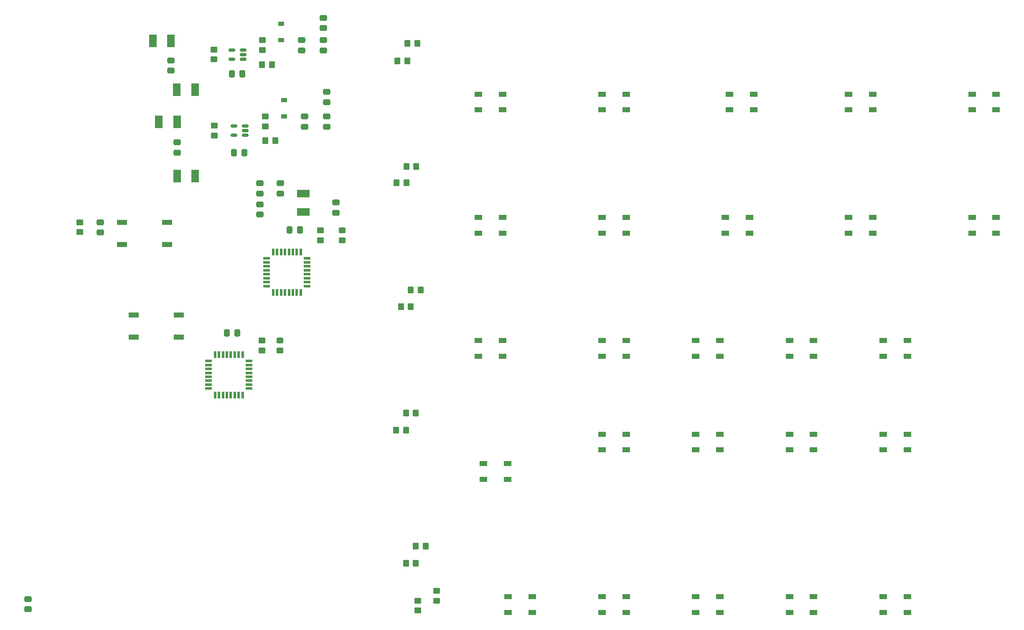
<source format=gbr>
%TF.GenerationSoftware,KiCad,Pcbnew,(6.0.0)*%
%TF.CreationDate,2023-05-12T18:24:35+02:00*%
%TF.ProjectId,Pot.butt_pcb,506f742e-6275-4747-945f-7063622e6b69,rev?*%
%TF.SameCoordinates,Original*%
%TF.FileFunction,Paste,Top*%
%TF.FilePolarity,Positive*%
%FSLAX46Y46*%
G04 Gerber Fmt 4.6, Leading zero omitted, Abs format (unit mm)*
G04 Created by KiCad (PCBNEW (6.0.0)) date 2023-05-12 18:24:35*
%MOMM*%
%LPD*%
G01*
G04 APERTURE LIST*
G04 Aperture macros list*
%AMRoundRect*
0 Rectangle with rounded corners*
0 $1 Rounding radius*
0 $2 $3 $4 $5 $6 $7 $8 $9 X,Y pos of 4 corners*
0 Add a 4 corners polygon primitive as box body*
4,1,4,$2,$3,$4,$5,$6,$7,$8,$9,$2,$3,0*
0 Add four circle primitives for the rounded corners*
1,1,$1+$1,$2,$3*
1,1,$1+$1,$4,$5*
1,1,$1+$1,$6,$7*
1,1,$1+$1,$8,$9*
0 Add four rect primitives between the rounded corners*
20,1,$1+$1,$2,$3,$4,$5,0*
20,1,$1+$1,$4,$5,$6,$7,0*
20,1,$1+$1,$6,$7,$8,$9,0*
20,1,$1+$1,$8,$9,$2,$3,0*%
G04 Aperture macros list end*
%ADD10R,1.500000X1.000000*%
%ADD11RoundRect,0.250000X-0.350000X-0.450000X0.350000X-0.450000X0.350000X0.450000X-0.350000X0.450000X0*%
%ADD12RoundRect,0.250000X0.450000X-0.350000X0.450000X0.350000X-0.450000X0.350000X-0.450000X-0.350000X0*%
%ADD13RoundRect,0.250000X-0.475000X0.337500X-0.475000X-0.337500X0.475000X-0.337500X0.475000X0.337500X0*%
%ADD14RoundRect,0.250000X0.475000X-0.337500X0.475000X0.337500X-0.475000X0.337500X-0.475000X-0.337500X0*%
%ADD15R,2.100000X1.100000*%
%ADD16RoundRect,0.250000X0.350000X0.450000X-0.350000X0.450000X-0.350000X-0.450000X0.350000X-0.450000X0*%
%ADD17R,2.500000X1.500000*%
%ADD18RoundRect,0.250000X-0.337500X-0.475000X0.337500X-0.475000X0.337500X0.475000X-0.337500X0.475000X0*%
%ADD19R,0.508000X1.473200*%
%ADD20R,1.473200X0.508000*%
%ADD21RoundRect,0.250000X-0.450000X0.350000X-0.450000X-0.350000X0.450000X-0.350000X0.450000X0.350000X0*%
%ADD22RoundRect,0.250000X0.337500X0.475000X-0.337500X0.475000X-0.337500X-0.475000X0.337500X-0.475000X0*%
%ADD23RoundRect,0.250000X-0.450000X0.325000X-0.450000X-0.325000X0.450000X-0.325000X0.450000X0.325000X0*%
%ADD24R,1.200000X0.900000*%
%ADD25RoundRect,0.150000X0.512500X0.150000X-0.512500X0.150000X-0.512500X-0.150000X0.512500X-0.150000X0*%
%ADD26R,1.500000X2.500000*%
G04 APERTURE END LIST*
D10*
%TO.C,D32*%
X187020000Y-48970000D03*
X187020000Y-45770000D03*
X182120000Y-45770000D03*
X182120000Y-48970000D03*
%TD*%
D11*
%TO.C,R16*%
X143400000Y-85475000D03*
X145400000Y-85475000D03*
%TD*%
D10*
%TO.C,D45*%
X158120000Y-120770000D03*
X158120000Y-123970000D03*
X163020000Y-123970000D03*
X163020000Y-120770000D03*
%TD*%
%TO.C,D48*%
X232120000Y-70770000D03*
X232120000Y-73970000D03*
X237020000Y-73970000D03*
X237020000Y-70770000D03*
%TD*%
D11*
%TO.C,R14*%
X142700000Y-35475000D03*
X144700000Y-35475000D03*
%TD*%
D10*
%TO.C,D43*%
X262020000Y-48970000D03*
X262020000Y-45770000D03*
X257120000Y-45770000D03*
X257120000Y-48970000D03*
%TD*%
D12*
%TO.C,R22*%
X103525000Y-38724999D03*
X103525000Y-36724999D03*
%TD*%
D10*
%TO.C,D42*%
X239120000Y-114770000D03*
X239120000Y-117970000D03*
X244020000Y-117970000D03*
X244020000Y-114770000D03*
%TD*%
D13*
%TO.C,C57*%
X121239341Y-34796353D03*
X121239341Y-36871353D03*
%TD*%
D12*
%TO.C,R20*%
X76320000Y-73780000D03*
X76320000Y-71780000D03*
%TD*%
D14*
%TO.C,C55*%
X94789341Y-40996353D03*
X94789341Y-38921353D03*
%TD*%
D15*
%TO.C,SW10*%
X84870000Y-71790000D03*
X93970000Y-71790000D03*
X84870000Y-76290000D03*
X93970000Y-76290000D03*
%TD*%
D16*
%TO.C,R11*%
X142400000Y-113950000D03*
X140400000Y-113950000D03*
%TD*%
D14*
%TO.C,C64*%
X112800000Y-65912502D03*
X112800000Y-63837502D03*
%TD*%
D17*
%TO.C,L5*%
X121575000Y-69650000D03*
X121575000Y-65950000D03*
%TD*%
D18*
%TO.C,C53*%
X107151841Y-41658853D03*
X109226841Y-41658853D03*
%TD*%
D13*
%TO.C,C65*%
X112800000Y-68137500D03*
X112800000Y-70212500D03*
%TD*%
D14*
%TO.C,C62*%
X128225002Y-69812501D03*
X128225002Y-67737501D03*
%TD*%
D16*
%TO.C,R9*%
X142700000Y-39050000D03*
X140700000Y-39050000D03*
%TD*%
D10*
%TO.C,D38*%
X244020000Y-98970000D03*
X244020000Y-95770000D03*
X239120000Y-95770000D03*
X239120000Y-98970000D03*
%TD*%
%TO.C,D31*%
X206020000Y-150970000D03*
X206020000Y-147770000D03*
X201120000Y-147770000D03*
X201120000Y-150970000D03*
%TD*%
D19*
%TO.C,U2*%
X121089999Y-77795200D03*
X120290001Y-77795200D03*
X119490000Y-77795200D03*
X118689999Y-77795200D03*
X117890001Y-77795200D03*
X117090000Y-77795200D03*
X116290001Y-77795200D03*
X115490001Y-77795200D03*
D20*
X114175200Y-79110001D03*
X114175200Y-79909999D03*
X114175200Y-80710000D03*
X114175200Y-81510001D03*
X114175200Y-82309999D03*
X114175200Y-83110000D03*
X114175200Y-83909999D03*
X114175200Y-84709999D03*
D19*
X115490001Y-86024800D03*
X116289999Y-86024800D03*
X117090000Y-86024800D03*
X117890001Y-86024800D03*
X118689999Y-86024800D03*
X119490000Y-86024800D03*
X120289999Y-86024800D03*
X121089999Y-86024800D03*
D20*
X122404800Y-84709999D03*
X122404800Y-83910001D03*
X122404800Y-83110000D03*
X122404800Y-82309999D03*
X122404800Y-81510001D03*
X122404800Y-80710000D03*
X122404800Y-79910001D03*
X122404800Y-79110001D03*
%TD*%
D16*
%TO.C,R13*%
X142500000Y-63775000D03*
X140500000Y-63775000D03*
%TD*%
D21*
%TO.C,R25*%
X113289341Y-34833853D03*
X113289341Y-36833853D03*
%TD*%
D10*
%TO.C,D44*%
X207120000Y-70770000D03*
X207120000Y-73970000D03*
X212020000Y-73970000D03*
X212020000Y-70770000D03*
%TD*%
D22*
%TO.C,C2*%
X108207500Y-94250000D03*
X106132500Y-94250000D03*
%TD*%
D23*
%TO.C,D53*%
X116850000Y-95725000D03*
X116850000Y-97775000D03*
%TD*%
D24*
%TO.C,D52*%
X117114341Y-34783853D03*
X117114341Y-31483853D03*
%TD*%
D11*
%TO.C,R24*%
X113914341Y-55208853D03*
X115914341Y-55208853D03*
%TD*%
D15*
%TO.C,SW1*%
X87270000Y-90600000D03*
X96370000Y-90600000D03*
X87270000Y-95100000D03*
X96370000Y-95100000D03*
%TD*%
D12*
%TO.C,R1*%
X113190000Y-97780000D03*
X113190000Y-95780000D03*
%TD*%
D11*
%TO.C,R17*%
X142400000Y-110475000D03*
X144400000Y-110475000D03*
%TD*%
D13*
%TO.C,C16*%
X80490000Y-71792500D03*
X80490000Y-73867500D03*
%TD*%
D14*
%TO.C,C54*%
X96014341Y-57621353D03*
X96014341Y-55546353D03*
%TD*%
%TO.C,C60*%
X126339341Y-47396353D03*
X126339341Y-45321353D03*
%TD*%
D19*
%TO.C,U1*%
X109319999Y-98605200D03*
X108520001Y-98605200D03*
X107720000Y-98605200D03*
X106919999Y-98605200D03*
X106120001Y-98605200D03*
X105320000Y-98605200D03*
X104520001Y-98605200D03*
X103720001Y-98605200D03*
D20*
X102405200Y-99920001D03*
X102405200Y-100719999D03*
X102405200Y-101520000D03*
X102405200Y-102320001D03*
X102405200Y-103119999D03*
X102405200Y-103920000D03*
X102405200Y-104719999D03*
X102405200Y-105519999D03*
D19*
X103720001Y-106834800D03*
X104519999Y-106834800D03*
X105320000Y-106834800D03*
X106120001Y-106834800D03*
X106919999Y-106834800D03*
X107720000Y-106834800D03*
X108519999Y-106834800D03*
X109319999Y-106834800D03*
D20*
X110634800Y-105519999D03*
X110634800Y-104720001D03*
X110634800Y-103920000D03*
X110634800Y-103119999D03*
X110634800Y-102320001D03*
X110634800Y-101520000D03*
X110634800Y-100720001D03*
X110634800Y-99920001D03*
%TD*%
D10*
%TO.C,D36*%
X212850000Y-48970000D03*
X212850000Y-45770000D03*
X207950000Y-45770000D03*
X207950000Y-48970000D03*
%TD*%
%TO.C,D37*%
X157120000Y-70770000D03*
X157120000Y-73970000D03*
X162020000Y-73970000D03*
X162020000Y-70770000D03*
%TD*%
D16*
%TO.C,R10*%
X143400000Y-88875000D03*
X141400000Y-88875000D03*
%TD*%
D23*
%TO.C,D55*%
X129460000Y-73377500D03*
X129460000Y-75427500D03*
%TD*%
D11*
%TO.C,R26*%
X113264341Y-39808853D03*
X115264341Y-39808853D03*
%TD*%
D10*
%TO.C,D49*%
X182120000Y-114770000D03*
X182120000Y-117970000D03*
X187020000Y-117970000D03*
X187020000Y-114770000D03*
%TD*%
%TO.C,D40*%
X237020000Y-48970000D03*
X237020000Y-45770000D03*
X232120000Y-45770000D03*
X232120000Y-48970000D03*
%TD*%
D11*
%TO.C,R18*%
X144400000Y-137475000D03*
X146400000Y-137475000D03*
%TD*%
D14*
%TO.C,C61*%
X125639341Y-32371353D03*
X125639341Y-30296353D03*
%TD*%
D10*
%TO.C,D50*%
X201120000Y-114770000D03*
X201120000Y-117970000D03*
X206020000Y-117970000D03*
X206020000Y-114770000D03*
%TD*%
D12*
%TO.C,R21*%
X103614341Y-54158853D03*
X103614341Y-52158853D03*
%TD*%
D23*
%TO.C,D54*%
X148580000Y-146517500D03*
X148580000Y-148567500D03*
%TD*%
D25*
%TO.C,U4*%
X109437500Y-38725000D03*
X109437500Y-37775000D03*
X109437500Y-36825000D03*
X107162500Y-36825000D03*
X107162500Y-38725000D03*
%TD*%
D10*
%TO.C,D35*%
X187020000Y-150970000D03*
X187020000Y-147770000D03*
X182120000Y-147770000D03*
X182120000Y-150970000D03*
%TD*%
%TO.C,D28*%
X187020000Y-98970000D03*
X187020000Y-95770000D03*
X182120000Y-95770000D03*
X182120000Y-98970000D03*
%TD*%
%TO.C,D39*%
X168020000Y-150970000D03*
X168020000Y-147770000D03*
X163120000Y-147770000D03*
X163120000Y-150970000D03*
%TD*%
%TO.C,D30*%
X244020000Y-150970000D03*
X244020000Y-147770000D03*
X239120000Y-147770000D03*
X239120000Y-150970000D03*
%TD*%
D14*
%TO.C,C63*%
X116925000Y-65937500D03*
X116925000Y-63862500D03*
%TD*%
D25*
%TO.C,U3*%
X109851841Y-54133853D03*
X109851841Y-53183853D03*
X109851841Y-52233853D03*
X107576841Y-52233853D03*
X107576841Y-54133853D03*
%TD*%
D26*
%TO.C,L3*%
X96014341Y-51358853D03*
X92314341Y-51358853D03*
%TD*%
D10*
%TO.C,D34*%
X225020000Y-98970000D03*
X225020000Y-95770000D03*
X220120000Y-95770000D03*
X220120000Y-98970000D03*
%TD*%
D13*
%TO.C,C14*%
X65810000Y-148232500D03*
X65810000Y-150307500D03*
%TD*%
D10*
%TO.C,D29*%
X206020000Y-98970000D03*
X206020000Y-95770000D03*
X201120000Y-95770000D03*
X201120000Y-98970000D03*
%TD*%
%TO.C,D47*%
X257120000Y-70770000D03*
X257120000Y-73970000D03*
X262020000Y-73970000D03*
X262020000Y-70770000D03*
%TD*%
%TO.C,D33*%
X162020000Y-98970000D03*
X162020000Y-95770000D03*
X157120000Y-95770000D03*
X157120000Y-98970000D03*
%TD*%
D12*
%TO.C,R2*%
X144840000Y-150570000D03*
X144840000Y-148570000D03*
%TD*%
D26*
%TO.C,L2*%
X99639341Y-44858853D03*
X95939341Y-44858853D03*
%TD*%
D21*
%TO.C,R23*%
X113939341Y-50283853D03*
X113939341Y-52283853D03*
%TD*%
%TO.C,R3*%
X125120000Y-73440000D03*
X125120000Y-75440000D03*
%TD*%
D11*
%TO.C,R15*%
X142500000Y-60475000D03*
X144500000Y-60475000D03*
%TD*%
D13*
%TO.C,C58*%
X126339341Y-50296353D03*
X126339341Y-52371353D03*
%TD*%
D10*
%TO.C,D41*%
X182120000Y-70770000D03*
X182120000Y-73970000D03*
X187020000Y-73970000D03*
X187020000Y-70770000D03*
%TD*%
%TO.C,D46*%
X220120000Y-114770000D03*
X220120000Y-117970000D03*
X225020000Y-117970000D03*
X225020000Y-114770000D03*
%TD*%
%TO.C,D27*%
X162020000Y-48970000D03*
X162020000Y-45770000D03*
X157120000Y-45770000D03*
X157120000Y-48970000D03*
%TD*%
%TO.C,D26*%
X225020000Y-150970000D03*
X225020000Y-147770000D03*
X220120000Y-147770000D03*
X220120000Y-150970000D03*
%TD*%
D26*
%TO.C,L1*%
X99714341Y-62408853D03*
X96014341Y-62408853D03*
%TD*%
D18*
%TO.C,C52*%
X107576841Y-57658853D03*
X109651841Y-57658853D03*
%TD*%
D16*
%TO.C,R12*%
X144400000Y-141000000D03*
X142400000Y-141000000D03*
%TD*%
D13*
%TO.C,C56*%
X121889341Y-50296353D03*
X121889341Y-52371353D03*
%TD*%
D26*
%TO.C,L4*%
X94789341Y-34983853D03*
X91089341Y-34983853D03*
%TD*%
D22*
%TO.C,C17*%
X120927500Y-73350000D03*
X118852500Y-73350000D03*
%TD*%
D13*
%TO.C,C59*%
X125664341Y-34796353D03*
X125664341Y-36871353D03*
%TD*%
D24*
%TO.C,D51*%
X117739341Y-50283853D03*
X117739341Y-46983853D03*
%TD*%
M02*

</source>
